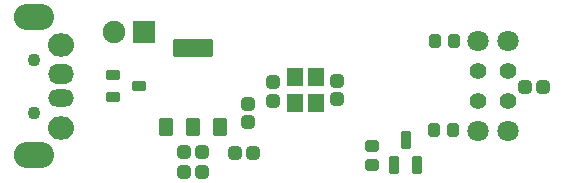
<source format=gbs>
G04 #@! TF.GenerationSoftware,KiCad,Pcbnew,8.0.3*
G04 #@! TF.CreationDate,2024-07-16T08:53:46+02:00*
G04 #@! TF.ProjectId,Midi Stick,4d696469-2053-4746-9963-6b2e6b696361,1.3*
G04 #@! TF.SameCoordinates,Original*
G04 #@! TF.FileFunction,Soldermask,Bot*
G04 #@! TF.FilePolarity,Negative*
%FSLAX46Y46*%
G04 Gerber Fmt 4.6, Leading zero omitted, Abs format (unit mm)*
G04 Created by KiCad (PCBNEW 8.0.3) date 2024-07-16 08:53:46*
%MOMM*%
%LPD*%
G01*
G04 APERTURE LIST*
G04 Aperture macros list*
%AMRoundRect*
0 Rectangle with rounded corners*
0 $1 Rounding radius*
0 $2 $3 $4 $5 $6 $7 $8 $9 X,Y pos of 4 corners*
0 Add a 4 corners polygon primitive as box body*
4,1,4,$2,$3,$4,$5,$6,$7,$8,$9,$2,$3,0*
0 Add four circle primitives for the rounded corners*
1,1,$1+$1,$2,$3*
1,1,$1+$1,$4,$5*
1,1,$1+$1,$6,$7*
1,1,$1+$1,$8,$9*
0 Add four rect primitives between the rounded corners*
20,1,$1+$1,$2,$3,$4,$5,0*
20,1,$1+$1,$4,$5,$6,$7,0*
20,1,$1+$1,$6,$7,$8,$9,0*
20,1,$1+$1,$8,$9,$2,$3,0*%
G04 Aperture macros list end*
%ADD10RoundRect,0.101600X-0.850000X0.850000X-0.850000X-0.850000X0.850000X-0.850000X0.850000X0.850000X0*%
%ADD11O,1.903200X1.903200*%
%ADD12C,1.803200*%
%ADD13C,1.422400*%
%ADD14C,1.100000*%
%ADD15O,2.203200X1.953200*%
%ADD16O,2.203200X1.453200*%
%ADD17O,2.203200X1.703200*%
%ADD18O,3.403200X2.203200*%
%ADD19RoundRect,0.101600X-0.525000X0.300000X-0.525000X-0.300000X0.525000X-0.300000X0.525000X0.300000X0*%
%ADD20RoundRect,0.275800X0.300800X-0.275800X0.300800X0.275800X-0.300800X0.275800X-0.300800X-0.275800X0*%
%ADD21RoundRect,0.250800X0.325800X-0.250800X0.325800X0.250800X-0.325800X0.250800X-0.325800X-0.250800X0*%
%ADD22RoundRect,0.275800X0.275800X0.300800X-0.275800X0.300800X-0.275800X-0.300800X0.275800X-0.300800X0*%
%ADD23RoundRect,0.250800X-0.250800X-0.325800X0.250800X-0.325800X0.250800X0.325800X-0.250800X0.325800X0*%
%ADD24RoundRect,0.101600X0.600000X-0.700000X0.600000X0.700000X-0.600000X0.700000X-0.600000X-0.700000X0*%
%ADD25RoundRect,0.085050X0.481950X-0.671950X0.481950X0.671950X-0.481950X0.671950X-0.481950X-0.671950X0*%
%ADD26RoundRect,0.113550X1.608450X-0.643450X1.608450X0.643450X-1.608450X0.643450X-1.608450X-0.643450X0*%
%ADD27RoundRect,0.275800X-0.275800X-0.300800X0.275800X-0.300800X0.275800X0.300800X-0.275800X0.300800X0*%
%ADD28RoundRect,0.099250X0.297750X-0.622750X0.297750X0.622750X-0.297750X0.622750X-0.297750X-0.622750X0*%
G04 APERTURE END LIST*
D10*
X95666601Y-57876740D03*
D11*
X93126601Y-57876740D03*
D12*
X123992601Y-58652600D03*
D13*
X123992601Y-61192600D03*
X123992601Y-63732600D03*
D12*
X123992601Y-66272600D03*
X126532601Y-66272600D03*
D13*
X126532601Y-63732600D03*
X126532601Y-61192600D03*
D12*
X126532601Y-58652600D03*
D14*
X86332601Y-64752600D03*
X86332601Y-60252600D03*
D15*
X88650001Y-66002600D03*
D16*
X88650001Y-63502600D03*
D17*
X88650001Y-61502600D03*
D15*
X88650001Y-59002600D03*
D18*
X86332601Y-68352600D03*
X86332601Y-56652600D03*
D19*
X93032601Y-63452600D03*
X93032601Y-61552600D03*
X95232601Y-62502600D03*
D20*
X106632601Y-63727600D03*
X106632601Y-62177600D03*
D21*
X115032601Y-69177600D03*
X115032601Y-67527600D03*
D22*
X100607601Y-69752600D03*
X99057601Y-69752600D03*
D20*
X112032601Y-63627600D03*
X112032601Y-62077600D03*
D23*
X120207601Y-66252600D03*
X121857601Y-66252600D03*
D24*
X108452601Y-63952600D03*
X108452601Y-61752600D03*
X110212601Y-61752600D03*
X110212601Y-63952600D03*
D22*
X100607601Y-68052600D03*
X99057601Y-68052600D03*
D23*
X120307601Y-58652600D03*
X121957601Y-58652600D03*
D20*
X104532601Y-65527600D03*
X104532601Y-63977600D03*
D22*
X129507601Y-62552600D03*
X127957601Y-62552600D03*
D25*
X102132601Y-65952600D03*
X99842601Y-65952600D03*
X97552601Y-65952600D03*
D26*
X99842601Y-59262600D03*
D27*
X103357601Y-68152600D03*
X104907601Y-68152600D03*
D28*
X118782601Y-69162600D03*
X116882601Y-69162600D03*
X117832601Y-67052600D03*
M02*

</source>
